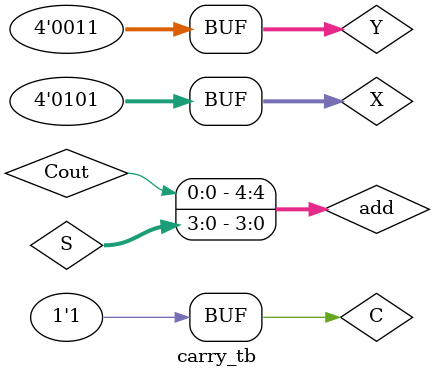
<source format=v>
module Carry(input [3:0]X,Y,input C,output [3:0] S,output Cout);
  wire [3:0] z; 
  assign z[0] = C;
  assign z[1] = (X[0] & Y[0]) | ((X[0]^Y[0]) & z[0]);
  assign z[2] = (X[1] & Y[1]) | ((X[1]^Y[1]) & ((X[0] & Y[0]) |((X[0]^Y[0]) & z[0])));
  assign z[3] = (X[2] & Y[2]) | ((X[2]^Y[2]) & ((X[1] & Y[1]) | ((X[1]^Y[1]) & ((X[0] & Y[0]) | ((X[0]^Y[0]) & z[0])))));
  assign Cout  = (X[3] & Y[3]) | ((X[3]^Y[3]) & ((X[2] & Y[2]) | ((X[2]^Y[2]) & ((X[1] & Y[1]) | ((X[1]^Y[1]) & ((X[0] & Y[0]) | ((X[0]^Y[0]) & z[0])))))));
  assign S = A^B^z;
endmodule
module carry_tb;
  reg [3:0]X,Y; 
  reg C;
  wire [3:0] S;
  wire Cout;
  wire[4:0] add;
  Carry cla(X,Y,C,S,Cout);
  assign add = {Cout,S};
  initial begin
    $monitor("X= %b,Y= %b,C = %b --> S = %b, Cout = %b, Addition = %0d", X,Y,C,S,Cout, add);
    X = 1;Y = 0; C = 0; #3;
    X = 2;Y = 4; C = 1; #3;
    X = 4'hb;Y = 4'h6; C = 0; #3;
    X = 5;Y = 3; C = 1;
  end
endmodule


</source>
